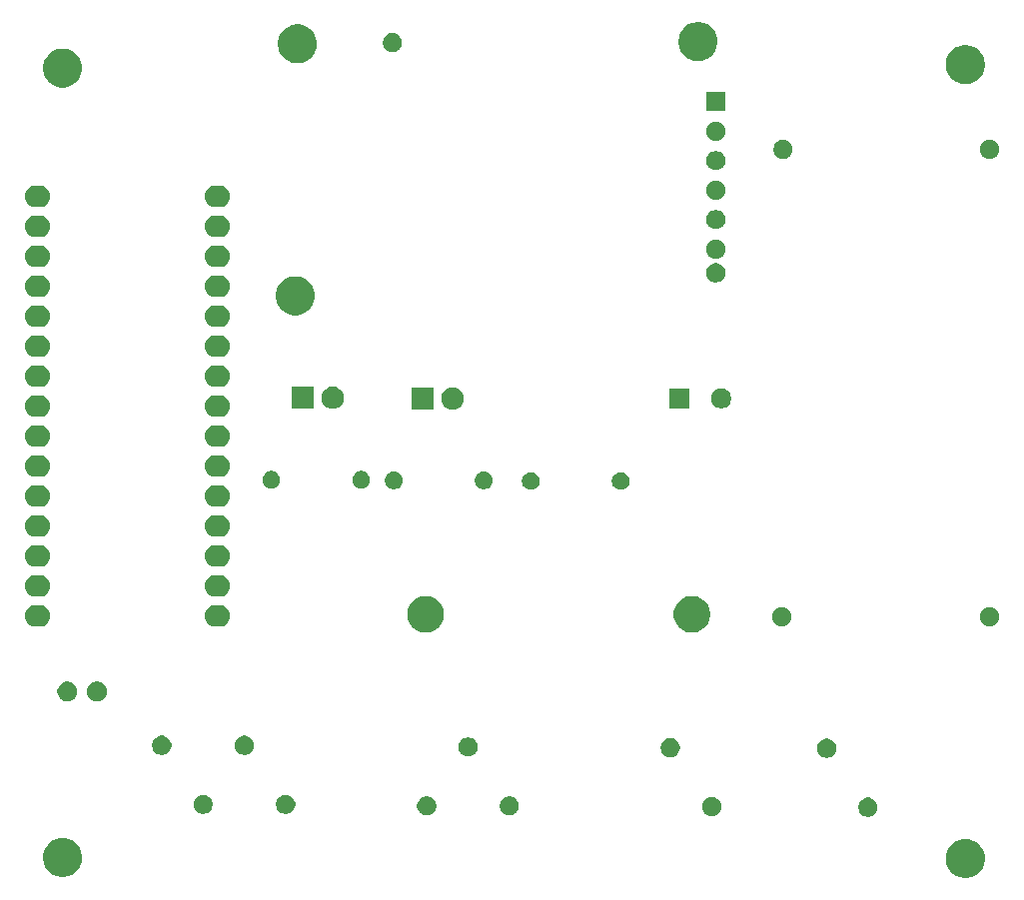
<source format=gts>
G04 #@! TF.GenerationSoftware,KiCad,Pcbnew,(5.1.5)-3*
G04 #@! TF.CreationDate,2021-05-03T11:12:42+02:00*
G04 #@! TF.ProjectId,GSM-Alarmanlage,47534d2d-416c-4617-926d-616e6c616765,rev?*
G04 #@! TF.SameCoordinates,Original*
G04 #@! TF.FileFunction,Soldermask,Top*
G04 #@! TF.FilePolarity,Negative*
%FSLAX46Y46*%
G04 Gerber Fmt 4.6, Leading zero omitted, Abs format (unit mm)*
G04 Created by KiCad (PCBNEW (5.1.5)-3) date 2021-05-03 11:12:42*
%MOMM*%
%LPD*%
G04 APERTURE LIST*
%ADD10C,0.100000*%
G04 APERTURE END LIST*
D10*
G36*
X182375256Y-141291298D02*
G01*
X182481579Y-141312447D01*
X182782042Y-141436903D01*
X183052451Y-141617585D01*
X183282415Y-141847549D01*
X183463097Y-142117958D01*
X183546132Y-142318421D01*
X183587553Y-142418422D01*
X183631109Y-142637389D01*
X183651000Y-142737391D01*
X183651000Y-143062609D01*
X183587553Y-143381579D01*
X183463097Y-143682042D01*
X183282415Y-143952451D01*
X183052451Y-144182415D01*
X182782042Y-144363097D01*
X182481579Y-144487553D01*
X182375256Y-144508702D01*
X182162611Y-144551000D01*
X181837389Y-144551000D01*
X181624744Y-144508702D01*
X181518421Y-144487553D01*
X181217958Y-144363097D01*
X180947549Y-144182415D01*
X180717585Y-143952451D01*
X180536903Y-143682042D01*
X180412447Y-143381579D01*
X180349000Y-143062609D01*
X180349000Y-142737391D01*
X180368892Y-142637389D01*
X180412447Y-142418422D01*
X180453869Y-142318421D01*
X180536903Y-142117958D01*
X180717585Y-141847549D01*
X180947549Y-141617585D01*
X181217958Y-141436903D01*
X181518421Y-141312447D01*
X181624744Y-141291298D01*
X181837389Y-141249000D01*
X182162611Y-141249000D01*
X182375256Y-141291298D01*
G37*
G36*
X105875256Y-141191298D02*
G01*
X105981579Y-141212447D01*
X106282042Y-141336903D01*
X106552451Y-141517585D01*
X106782415Y-141747549D01*
X106782416Y-141747551D01*
X106963098Y-142017960D01*
X107087553Y-142318422D01*
X107151000Y-142637389D01*
X107151000Y-142962611D01*
X107108702Y-143175256D01*
X107087553Y-143281579D01*
X106963097Y-143582042D01*
X106782415Y-143852451D01*
X106552451Y-144082415D01*
X106282042Y-144263097D01*
X105981579Y-144387553D01*
X105875256Y-144408702D01*
X105662611Y-144451000D01*
X105337389Y-144451000D01*
X105124744Y-144408702D01*
X105018421Y-144387553D01*
X104717958Y-144263097D01*
X104447549Y-144082415D01*
X104217585Y-143852451D01*
X104036903Y-143582042D01*
X103912447Y-143281579D01*
X103891298Y-143175256D01*
X103849000Y-142962611D01*
X103849000Y-142637389D01*
X103912447Y-142318422D01*
X104036902Y-142017960D01*
X104217584Y-141747551D01*
X104217585Y-141747549D01*
X104447549Y-141517585D01*
X104717958Y-141336903D01*
X105018421Y-141212447D01*
X105124744Y-141191298D01*
X105337389Y-141149000D01*
X105662611Y-141149000D01*
X105875256Y-141191298D01*
G37*
G36*
X173987144Y-137768242D02*
G01*
X174135103Y-137829529D01*
X174268257Y-137918499D01*
X174381503Y-138031745D01*
X174470473Y-138164899D01*
X174531760Y-138312858D01*
X174563002Y-138469925D01*
X174563002Y-138630075D01*
X174531760Y-138787142D01*
X174470473Y-138935101D01*
X174381503Y-139068255D01*
X174268257Y-139181501D01*
X174135103Y-139270471D01*
X173987144Y-139331758D01*
X173830077Y-139363000D01*
X173669927Y-139363000D01*
X173512860Y-139331758D01*
X173364901Y-139270471D01*
X173231747Y-139181501D01*
X173118501Y-139068255D01*
X173029531Y-138935101D01*
X172968244Y-138787142D01*
X172937002Y-138630075D01*
X172937002Y-138469925D01*
X172968244Y-138312858D01*
X173029531Y-138164899D01*
X173118501Y-138031745D01*
X173231747Y-137918499D01*
X173364901Y-137829529D01*
X173512860Y-137768242D01*
X173669927Y-137737000D01*
X173830077Y-137737000D01*
X173987144Y-137768242D01*
G37*
G36*
X160737144Y-137718242D02*
G01*
X160885103Y-137779529D01*
X161018257Y-137868499D01*
X161131503Y-137981745D01*
X161220473Y-138114899D01*
X161281760Y-138262858D01*
X161313002Y-138419925D01*
X161313002Y-138580075D01*
X161281760Y-138737142D01*
X161220473Y-138885101D01*
X161131503Y-139018255D01*
X161018257Y-139131501D01*
X160885103Y-139220471D01*
X160737144Y-139281758D01*
X160580077Y-139313000D01*
X160419927Y-139313000D01*
X160262860Y-139281758D01*
X160114901Y-139220471D01*
X159981747Y-139131501D01*
X159868501Y-139018255D01*
X159779531Y-138885101D01*
X159718244Y-138737142D01*
X159687002Y-138580075D01*
X159687002Y-138419925D01*
X159718244Y-138262858D01*
X159779531Y-138114899D01*
X159868501Y-137981745D01*
X159981747Y-137868499D01*
X160114901Y-137779529D01*
X160262860Y-137718242D01*
X160419927Y-137687000D01*
X160580077Y-137687000D01*
X160737144Y-137718242D01*
G37*
G36*
X143587143Y-137668242D02*
G01*
X143735102Y-137729529D01*
X143868256Y-137818499D01*
X143981502Y-137931745D01*
X144070472Y-138064899D01*
X144131759Y-138212858D01*
X144163001Y-138369925D01*
X144163001Y-138530075D01*
X144131759Y-138687142D01*
X144070472Y-138835101D01*
X143981502Y-138968255D01*
X143868256Y-139081501D01*
X143735102Y-139170471D01*
X143587143Y-139231758D01*
X143430076Y-139263000D01*
X143269926Y-139263000D01*
X143112859Y-139231758D01*
X142964900Y-139170471D01*
X142831746Y-139081501D01*
X142718500Y-138968255D01*
X142629530Y-138835101D01*
X142568243Y-138687142D01*
X142537001Y-138530075D01*
X142537001Y-138369925D01*
X142568243Y-138212858D01*
X142629530Y-138064899D01*
X142718500Y-137931745D01*
X142831746Y-137818499D01*
X142964900Y-137729529D01*
X143112859Y-137668242D01*
X143269926Y-137637000D01*
X143430076Y-137637000D01*
X143587143Y-137668242D01*
G37*
G36*
X136587142Y-137668242D02*
G01*
X136735101Y-137729529D01*
X136868255Y-137818499D01*
X136981501Y-137931745D01*
X137070471Y-138064899D01*
X137131758Y-138212858D01*
X137163000Y-138369925D01*
X137163000Y-138530075D01*
X137131758Y-138687142D01*
X137070471Y-138835101D01*
X136981501Y-138968255D01*
X136868255Y-139081501D01*
X136735101Y-139170471D01*
X136587142Y-139231758D01*
X136430075Y-139263000D01*
X136269925Y-139263000D01*
X136112858Y-139231758D01*
X135964899Y-139170471D01*
X135831745Y-139081501D01*
X135718499Y-138968255D01*
X135629529Y-138835101D01*
X135568242Y-138687142D01*
X135537000Y-138530075D01*
X135537000Y-138369925D01*
X135568242Y-138212858D01*
X135629529Y-138064899D01*
X135718499Y-137931745D01*
X135831745Y-137818499D01*
X135964899Y-137729529D01*
X136112858Y-137668242D01*
X136269925Y-137637000D01*
X136430075Y-137637000D01*
X136587142Y-137668242D01*
G37*
G36*
X124637146Y-137518242D02*
G01*
X124785105Y-137579529D01*
X124918259Y-137668499D01*
X125031505Y-137781745D01*
X125120475Y-137914899D01*
X125181762Y-138062858D01*
X125213004Y-138219925D01*
X125213004Y-138380075D01*
X125181762Y-138537142D01*
X125120475Y-138685101D01*
X125031505Y-138818255D01*
X124918259Y-138931501D01*
X124785105Y-139020471D01*
X124637146Y-139081758D01*
X124480079Y-139113000D01*
X124319929Y-139113000D01*
X124162862Y-139081758D01*
X124014903Y-139020471D01*
X123881749Y-138931501D01*
X123768503Y-138818255D01*
X123679533Y-138685101D01*
X123618246Y-138537142D01*
X123587004Y-138380075D01*
X123587004Y-138219925D01*
X123618246Y-138062858D01*
X123679533Y-137914899D01*
X123768503Y-137781745D01*
X123881749Y-137668499D01*
X124014903Y-137579529D01*
X124162862Y-137518242D01*
X124319929Y-137487000D01*
X124480079Y-137487000D01*
X124637146Y-137518242D01*
G37*
G36*
X117637145Y-137518242D02*
G01*
X117785104Y-137579529D01*
X117918258Y-137668499D01*
X118031504Y-137781745D01*
X118120474Y-137914899D01*
X118181761Y-138062858D01*
X118213003Y-138219925D01*
X118213003Y-138380075D01*
X118181761Y-138537142D01*
X118120474Y-138685101D01*
X118031504Y-138818255D01*
X117918258Y-138931501D01*
X117785104Y-139020471D01*
X117637145Y-139081758D01*
X117480078Y-139113000D01*
X117319928Y-139113000D01*
X117162861Y-139081758D01*
X117014902Y-139020471D01*
X116881748Y-138931501D01*
X116768502Y-138818255D01*
X116679532Y-138685101D01*
X116618245Y-138537142D01*
X116587003Y-138380075D01*
X116587003Y-138219925D01*
X116618245Y-138062858D01*
X116679532Y-137914899D01*
X116768502Y-137781745D01*
X116881748Y-137668499D01*
X117014902Y-137579529D01*
X117162861Y-137518242D01*
X117319928Y-137487000D01*
X117480078Y-137487000D01*
X117637145Y-137518242D01*
G37*
G36*
X170487141Y-132768242D02*
G01*
X170635100Y-132829529D01*
X170768254Y-132918499D01*
X170881500Y-133031745D01*
X170970470Y-133164899D01*
X171031757Y-133312858D01*
X171062999Y-133469925D01*
X171062999Y-133630075D01*
X171031757Y-133787142D01*
X170970470Y-133935101D01*
X170881500Y-134068255D01*
X170768254Y-134181501D01*
X170635100Y-134270471D01*
X170487141Y-134331758D01*
X170330074Y-134363000D01*
X170169924Y-134363000D01*
X170012857Y-134331758D01*
X169864898Y-134270471D01*
X169731744Y-134181501D01*
X169618498Y-134068255D01*
X169529528Y-133935101D01*
X169468241Y-133787142D01*
X169436999Y-133630075D01*
X169436999Y-133469925D01*
X169468241Y-133312858D01*
X169529528Y-133164899D01*
X169618498Y-133031745D01*
X169731744Y-132918499D01*
X169864898Y-132829529D01*
X170012857Y-132768242D01*
X170169924Y-132737000D01*
X170330074Y-132737000D01*
X170487141Y-132768242D01*
G37*
G36*
X157237141Y-132718242D02*
G01*
X157385100Y-132779529D01*
X157518254Y-132868499D01*
X157631500Y-132981745D01*
X157720470Y-133114899D01*
X157781757Y-133262858D01*
X157812999Y-133419925D01*
X157812999Y-133580075D01*
X157781757Y-133737142D01*
X157720470Y-133885101D01*
X157631500Y-134018255D01*
X157518254Y-134131501D01*
X157385100Y-134220471D01*
X157237141Y-134281758D01*
X157080074Y-134313000D01*
X156919924Y-134313000D01*
X156762857Y-134281758D01*
X156614898Y-134220471D01*
X156481744Y-134131501D01*
X156368498Y-134018255D01*
X156279528Y-133885101D01*
X156218241Y-133737142D01*
X156186999Y-133580075D01*
X156186999Y-133419925D01*
X156218241Y-133262858D01*
X156279528Y-133114899D01*
X156368498Y-132981745D01*
X156481744Y-132868499D01*
X156614898Y-132779529D01*
X156762857Y-132718242D01*
X156919924Y-132687000D01*
X157080074Y-132687000D01*
X157237141Y-132718242D01*
G37*
G36*
X140087143Y-132668242D02*
G01*
X140235102Y-132729529D01*
X140368256Y-132818499D01*
X140481502Y-132931745D01*
X140570472Y-133064899D01*
X140631759Y-133212858D01*
X140663001Y-133369925D01*
X140663001Y-133530075D01*
X140631759Y-133687142D01*
X140570472Y-133835101D01*
X140481502Y-133968255D01*
X140368256Y-134081501D01*
X140235102Y-134170471D01*
X140087143Y-134231758D01*
X139930076Y-134263000D01*
X139769926Y-134263000D01*
X139612859Y-134231758D01*
X139464900Y-134170471D01*
X139331746Y-134081501D01*
X139218500Y-133968255D01*
X139129530Y-133835101D01*
X139068243Y-133687142D01*
X139037001Y-133530075D01*
X139037001Y-133369925D01*
X139068243Y-133212858D01*
X139129530Y-133064899D01*
X139218500Y-132931745D01*
X139331746Y-132818499D01*
X139464900Y-132729529D01*
X139612859Y-132668242D01*
X139769926Y-132637000D01*
X139930076Y-132637000D01*
X140087143Y-132668242D01*
G37*
G36*
X121137146Y-132518242D02*
G01*
X121285105Y-132579529D01*
X121418259Y-132668499D01*
X121531505Y-132781745D01*
X121620475Y-132914899D01*
X121681762Y-133062858D01*
X121713004Y-133219925D01*
X121713004Y-133380075D01*
X121681762Y-133537142D01*
X121620475Y-133685101D01*
X121531505Y-133818255D01*
X121418259Y-133931501D01*
X121285105Y-134020471D01*
X121137146Y-134081758D01*
X120980079Y-134113000D01*
X120819929Y-134113000D01*
X120662862Y-134081758D01*
X120514903Y-134020471D01*
X120381749Y-133931501D01*
X120268503Y-133818255D01*
X120179533Y-133685101D01*
X120118246Y-133537142D01*
X120087004Y-133380075D01*
X120087004Y-133219925D01*
X120118246Y-133062858D01*
X120179533Y-132914899D01*
X120268503Y-132781745D01*
X120381749Y-132668499D01*
X120514903Y-132579529D01*
X120662862Y-132518242D01*
X120819929Y-132487000D01*
X120980079Y-132487000D01*
X121137146Y-132518242D01*
G37*
G36*
X114137145Y-132518242D02*
G01*
X114285104Y-132579529D01*
X114418258Y-132668499D01*
X114531504Y-132781745D01*
X114620474Y-132914899D01*
X114681761Y-133062858D01*
X114713003Y-133219925D01*
X114713003Y-133380075D01*
X114681761Y-133537142D01*
X114620474Y-133685101D01*
X114531504Y-133818255D01*
X114418258Y-133931501D01*
X114285104Y-134020471D01*
X114137145Y-134081758D01*
X113980078Y-134113000D01*
X113819928Y-134113000D01*
X113662861Y-134081758D01*
X113514902Y-134020471D01*
X113381748Y-133931501D01*
X113268502Y-133818255D01*
X113179532Y-133685101D01*
X113118245Y-133537142D01*
X113087003Y-133380075D01*
X113087003Y-133219925D01*
X113118245Y-133062858D01*
X113179532Y-132914899D01*
X113268502Y-132781745D01*
X113381748Y-132668499D01*
X113514902Y-132579529D01*
X113662861Y-132518242D01*
X113819928Y-132487000D01*
X113980078Y-132487000D01*
X114137145Y-132518242D01*
G37*
G36*
X108648228Y-127931703D02*
G01*
X108803100Y-127995853D01*
X108942481Y-128088985D01*
X109061015Y-128207519D01*
X109154147Y-128346900D01*
X109218297Y-128501772D01*
X109251000Y-128666184D01*
X109251000Y-128833816D01*
X109218297Y-128998228D01*
X109154147Y-129153100D01*
X109061015Y-129292481D01*
X108942481Y-129411015D01*
X108803100Y-129504147D01*
X108648228Y-129568297D01*
X108483816Y-129601000D01*
X108316184Y-129601000D01*
X108151772Y-129568297D01*
X107996900Y-129504147D01*
X107857519Y-129411015D01*
X107738985Y-129292481D01*
X107645853Y-129153100D01*
X107581703Y-128998228D01*
X107549000Y-128833816D01*
X107549000Y-128666184D01*
X107581703Y-128501772D01*
X107645853Y-128346900D01*
X107738985Y-128207519D01*
X107857519Y-128088985D01*
X107996900Y-127995853D01*
X108151772Y-127931703D01*
X108316184Y-127899000D01*
X108483816Y-127899000D01*
X108648228Y-127931703D01*
G37*
G36*
X106148228Y-127931703D02*
G01*
X106303100Y-127995853D01*
X106442481Y-128088985D01*
X106561015Y-128207519D01*
X106654147Y-128346900D01*
X106718297Y-128501772D01*
X106751000Y-128666184D01*
X106751000Y-128833816D01*
X106718297Y-128998228D01*
X106654147Y-129153100D01*
X106561015Y-129292481D01*
X106442481Y-129411015D01*
X106303100Y-129504147D01*
X106148228Y-129568297D01*
X105983816Y-129601000D01*
X105816184Y-129601000D01*
X105651772Y-129568297D01*
X105496900Y-129504147D01*
X105357519Y-129411015D01*
X105238985Y-129292481D01*
X105145853Y-129153100D01*
X105081703Y-128998228D01*
X105049000Y-128833816D01*
X105049000Y-128666184D01*
X105081703Y-128501772D01*
X105145853Y-128346900D01*
X105238985Y-128207519D01*
X105357519Y-128088985D01*
X105496900Y-127995853D01*
X105651772Y-127931703D01*
X105816184Y-127899000D01*
X105983816Y-127899000D01*
X106148228Y-127931703D01*
G37*
G36*
X159152585Y-120678802D02*
G01*
X159302410Y-120708604D01*
X159584674Y-120825521D01*
X159838705Y-120995259D01*
X160054741Y-121211295D01*
X160224479Y-121465326D01*
X160341396Y-121747590D01*
X160401000Y-122047240D01*
X160401000Y-122352760D01*
X160341396Y-122652410D01*
X160224479Y-122934674D01*
X160054741Y-123188705D01*
X159838705Y-123404741D01*
X159584674Y-123574479D01*
X159302410Y-123691396D01*
X159152585Y-123721198D01*
X159002761Y-123751000D01*
X158697239Y-123751000D01*
X158547415Y-123721198D01*
X158397590Y-123691396D01*
X158115326Y-123574479D01*
X157861295Y-123404741D01*
X157645259Y-123188705D01*
X157475521Y-122934674D01*
X157358604Y-122652410D01*
X157299000Y-122352760D01*
X157299000Y-122047240D01*
X157358604Y-121747590D01*
X157475521Y-121465326D01*
X157645259Y-121211295D01*
X157861295Y-120995259D01*
X158115326Y-120825521D01*
X158397590Y-120708604D01*
X158547415Y-120678802D01*
X158697239Y-120649000D01*
X159002761Y-120649000D01*
X159152585Y-120678802D01*
G37*
G36*
X136552585Y-120678802D02*
G01*
X136702410Y-120708604D01*
X136984674Y-120825521D01*
X137238705Y-120995259D01*
X137454741Y-121211295D01*
X137624479Y-121465326D01*
X137741396Y-121747590D01*
X137801000Y-122047240D01*
X137801000Y-122352760D01*
X137741396Y-122652410D01*
X137624479Y-122934674D01*
X137454741Y-123188705D01*
X137238705Y-123404741D01*
X136984674Y-123574479D01*
X136702410Y-123691396D01*
X136552585Y-123721198D01*
X136402761Y-123751000D01*
X136097239Y-123751000D01*
X135947415Y-123721198D01*
X135797590Y-123691396D01*
X135515326Y-123574479D01*
X135261295Y-123404741D01*
X135045259Y-123188705D01*
X134875521Y-122934674D01*
X134758604Y-122652410D01*
X134699000Y-122352760D01*
X134699000Y-122047240D01*
X134758604Y-121747590D01*
X134875521Y-121465326D01*
X135045259Y-121211295D01*
X135261295Y-120995259D01*
X135515326Y-120825521D01*
X135797590Y-120708604D01*
X135947415Y-120678802D01*
X136097239Y-120649000D01*
X136402761Y-120649000D01*
X136552585Y-120678802D01*
G37*
G36*
X103711694Y-121428633D02*
G01*
X103884095Y-121480931D01*
X104042983Y-121565858D01*
X104182249Y-121680151D01*
X104296542Y-121819417D01*
X104381469Y-121978305D01*
X104433767Y-122150706D01*
X104451425Y-122330000D01*
X104433767Y-122509294D01*
X104381469Y-122681695D01*
X104296542Y-122840583D01*
X104182249Y-122979849D01*
X104042983Y-123094142D01*
X103884095Y-123179069D01*
X103711694Y-123231367D01*
X103577331Y-123244600D01*
X103182669Y-123244600D01*
X103048306Y-123231367D01*
X102875905Y-123179069D01*
X102717017Y-123094142D01*
X102577751Y-122979849D01*
X102463458Y-122840583D01*
X102378531Y-122681695D01*
X102326233Y-122509294D01*
X102308575Y-122330000D01*
X102326233Y-122150706D01*
X102378531Y-121978305D01*
X102463458Y-121819417D01*
X102577751Y-121680151D01*
X102717017Y-121565858D01*
X102875905Y-121480931D01*
X103048306Y-121428633D01*
X103182669Y-121415400D01*
X103577331Y-121415400D01*
X103711694Y-121428633D01*
G37*
G36*
X118951694Y-121428633D02*
G01*
X119124095Y-121480931D01*
X119282983Y-121565858D01*
X119422249Y-121680151D01*
X119536542Y-121819417D01*
X119621469Y-121978305D01*
X119673767Y-122150706D01*
X119691425Y-122330000D01*
X119673767Y-122509294D01*
X119621469Y-122681695D01*
X119536542Y-122840583D01*
X119422249Y-122979849D01*
X119282983Y-123094142D01*
X119124095Y-123179069D01*
X118951694Y-123231367D01*
X118817331Y-123244600D01*
X118422669Y-123244600D01*
X118288306Y-123231367D01*
X118115905Y-123179069D01*
X117957017Y-123094142D01*
X117817751Y-122979849D01*
X117703458Y-122840583D01*
X117618531Y-122681695D01*
X117566233Y-122509294D01*
X117548575Y-122330000D01*
X117566233Y-122150706D01*
X117618531Y-121978305D01*
X117703458Y-121819417D01*
X117817751Y-121680151D01*
X117957017Y-121565858D01*
X118115905Y-121480931D01*
X118288306Y-121428633D01*
X118422669Y-121415400D01*
X118817331Y-121415400D01*
X118951694Y-121428633D01*
G37*
G36*
X166687142Y-121618242D02*
G01*
X166835101Y-121679529D01*
X166968255Y-121768499D01*
X167081501Y-121881745D01*
X167170471Y-122014899D01*
X167231758Y-122162858D01*
X167263000Y-122319925D01*
X167263000Y-122480075D01*
X167231758Y-122637142D01*
X167170471Y-122785101D01*
X167081501Y-122918255D01*
X166968255Y-123031501D01*
X166835101Y-123120471D01*
X166687142Y-123181758D01*
X166530075Y-123213000D01*
X166369925Y-123213000D01*
X166212858Y-123181758D01*
X166064899Y-123120471D01*
X165931745Y-123031501D01*
X165818499Y-122918255D01*
X165729529Y-122785101D01*
X165668242Y-122637142D01*
X165637000Y-122480075D01*
X165637000Y-122319925D01*
X165668242Y-122162858D01*
X165729529Y-122014899D01*
X165818499Y-121881745D01*
X165931745Y-121768499D01*
X166064899Y-121679529D01*
X166212858Y-121618242D01*
X166369925Y-121587000D01*
X166530075Y-121587000D01*
X166687142Y-121618242D01*
G37*
G36*
X184287142Y-121618242D02*
G01*
X184435101Y-121679529D01*
X184568255Y-121768499D01*
X184681501Y-121881745D01*
X184770471Y-122014899D01*
X184831758Y-122162858D01*
X184863000Y-122319925D01*
X184863000Y-122480075D01*
X184831758Y-122637142D01*
X184770471Y-122785101D01*
X184681501Y-122918255D01*
X184568255Y-123031501D01*
X184435101Y-123120471D01*
X184287142Y-123181758D01*
X184130075Y-123213000D01*
X183969925Y-123213000D01*
X183812858Y-123181758D01*
X183664899Y-123120471D01*
X183531745Y-123031501D01*
X183418499Y-122918255D01*
X183329529Y-122785101D01*
X183268242Y-122637142D01*
X183237000Y-122480075D01*
X183237000Y-122319925D01*
X183268242Y-122162858D01*
X183329529Y-122014899D01*
X183418499Y-121881745D01*
X183531745Y-121768499D01*
X183664899Y-121679529D01*
X183812858Y-121618242D01*
X183969925Y-121587000D01*
X184130075Y-121587000D01*
X184287142Y-121618242D01*
G37*
G36*
X118951694Y-118888633D02*
G01*
X119124095Y-118940931D01*
X119282983Y-119025858D01*
X119422249Y-119140151D01*
X119536542Y-119279417D01*
X119621469Y-119438305D01*
X119673767Y-119610706D01*
X119691425Y-119790000D01*
X119673767Y-119969294D01*
X119621469Y-120141695D01*
X119536542Y-120300583D01*
X119422249Y-120439849D01*
X119282983Y-120554142D01*
X119124095Y-120639069D01*
X118951694Y-120691367D01*
X118817331Y-120704600D01*
X118422669Y-120704600D01*
X118288306Y-120691367D01*
X118115905Y-120639069D01*
X117957017Y-120554142D01*
X117817751Y-120439849D01*
X117703458Y-120300583D01*
X117618531Y-120141695D01*
X117566233Y-119969294D01*
X117548575Y-119790000D01*
X117566233Y-119610706D01*
X117618531Y-119438305D01*
X117703458Y-119279417D01*
X117817751Y-119140151D01*
X117957017Y-119025858D01*
X118115905Y-118940931D01*
X118288306Y-118888633D01*
X118422669Y-118875400D01*
X118817331Y-118875400D01*
X118951694Y-118888633D01*
G37*
G36*
X103711694Y-118888633D02*
G01*
X103884095Y-118940931D01*
X104042983Y-119025858D01*
X104182249Y-119140151D01*
X104296542Y-119279417D01*
X104381469Y-119438305D01*
X104433767Y-119610706D01*
X104451425Y-119790000D01*
X104433767Y-119969294D01*
X104381469Y-120141695D01*
X104296542Y-120300583D01*
X104182249Y-120439849D01*
X104042983Y-120554142D01*
X103884095Y-120639069D01*
X103711694Y-120691367D01*
X103577331Y-120704600D01*
X103182669Y-120704600D01*
X103048306Y-120691367D01*
X102875905Y-120639069D01*
X102717017Y-120554142D01*
X102577751Y-120439849D01*
X102463458Y-120300583D01*
X102378531Y-120141695D01*
X102326233Y-119969294D01*
X102308575Y-119790000D01*
X102326233Y-119610706D01*
X102378531Y-119438305D01*
X102463458Y-119279417D01*
X102577751Y-119140151D01*
X102717017Y-119025858D01*
X102875905Y-118940931D01*
X103048306Y-118888633D01*
X103182669Y-118875400D01*
X103577331Y-118875400D01*
X103711694Y-118888633D01*
G37*
G36*
X103711694Y-116348633D02*
G01*
X103884095Y-116400931D01*
X104042983Y-116485858D01*
X104182249Y-116600151D01*
X104296542Y-116739417D01*
X104381469Y-116898305D01*
X104433767Y-117070706D01*
X104451425Y-117250000D01*
X104433767Y-117429294D01*
X104381469Y-117601695D01*
X104296542Y-117760583D01*
X104182249Y-117899849D01*
X104042983Y-118014142D01*
X103884095Y-118099069D01*
X103711694Y-118151367D01*
X103577331Y-118164600D01*
X103182669Y-118164600D01*
X103048306Y-118151367D01*
X102875905Y-118099069D01*
X102717017Y-118014142D01*
X102577751Y-117899849D01*
X102463458Y-117760583D01*
X102378531Y-117601695D01*
X102326233Y-117429294D01*
X102308575Y-117250000D01*
X102326233Y-117070706D01*
X102378531Y-116898305D01*
X102463458Y-116739417D01*
X102577751Y-116600151D01*
X102717017Y-116485858D01*
X102875905Y-116400931D01*
X103048306Y-116348633D01*
X103182669Y-116335400D01*
X103577331Y-116335400D01*
X103711694Y-116348633D01*
G37*
G36*
X118951694Y-116348633D02*
G01*
X119124095Y-116400931D01*
X119282983Y-116485858D01*
X119422249Y-116600151D01*
X119536542Y-116739417D01*
X119621469Y-116898305D01*
X119673767Y-117070706D01*
X119691425Y-117250000D01*
X119673767Y-117429294D01*
X119621469Y-117601695D01*
X119536542Y-117760583D01*
X119422249Y-117899849D01*
X119282983Y-118014142D01*
X119124095Y-118099069D01*
X118951694Y-118151367D01*
X118817331Y-118164600D01*
X118422669Y-118164600D01*
X118288306Y-118151367D01*
X118115905Y-118099069D01*
X117957017Y-118014142D01*
X117817751Y-117899849D01*
X117703458Y-117760583D01*
X117618531Y-117601695D01*
X117566233Y-117429294D01*
X117548575Y-117250000D01*
X117566233Y-117070706D01*
X117618531Y-116898305D01*
X117703458Y-116739417D01*
X117817751Y-116600151D01*
X117957017Y-116485858D01*
X118115905Y-116400931D01*
X118288306Y-116348633D01*
X118422669Y-116335400D01*
X118817331Y-116335400D01*
X118951694Y-116348633D01*
G37*
G36*
X118951694Y-113808633D02*
G01*
X119124095Y-113860931D01*
X119282983Y-113945858D01*
X119422249Y-114060151D01*
X119536542Y-114199417D01*
X119621469Y-114358305D01*
X119673767Y-114530706D01*
X119691425Y-114710000D01*
X119673767Y-114889294D01*
X119621469Y-115061695D01*
X119536542Y-115220583D01*
X119422249Y-115359849D01*
X119282983Y-115474142D01*
X119124095Y-115559069D01*
X118951694Y-115611367D01*
X118817331Y-115624600D01*
X118422669Y-115624600D01*
X118288306Y-115611367D01*
X118115905Y-115559069D01*
X117957017Y-115474142D01*
X117817751Y-115359849D01*
X117703458Y-115220583D01*
X117618531Y-115061695D01*
X117566233Y-114889294D01*
X117548575Y-114710000D01*
X117566233Y-114530706D01*
X117618531Y-114358305D01*
X117703458Y-114199417D01*
X117817751Y-114060151D01*
X117957017Y-113945858D01*
X118115905Y-113860931D01*
X118288306Y-113808633D01*
X118422669Y-113795400D01*
X118817331Y-113795400D01*
X118951694Y-113808633D01*
G37*
G36*
X103711694Y-113808633D02*
G01*
X103884095Y-113860931D01*
X104042983Y-113945858D01*
X104182249Y-114060151D01*
X104296542Y-114199417D01*
X104381469Y-114358305D01*
X104433767Y-114530706D01*
X104451425Y-114710000D01*
X104433767Y-114889294D01*
X104381469Y-115061695D01*
X104296542Y-115220583D01*
X104182249Y-115359849D01*
X104042983Y-115474142D01*
X103884095Y-115559069D01*
X103711694Y-115611367D01*
X103577331Y-115624600D01*
X103182669Y-115624600D01*
X103048306Y-115611367D01*
X102875905Y-115559069D01*
X102717017Y-115474142D01*
X102577751Y-115359849D01*
X102463458Y-115220583D01*
X102378531Y-115061695D01*
X102326233Y-114889294D01*
X102308575Y-114710000D01*
X102326233Y-114530706D01*
X102378531Y-114358305D01*
X102463458Y-114199417D01*
X102577751Y-114060151D01*
X102717017Y-113945858D01*
X102875905Y-113860931D01*
X103048306Y-113808633D01*
X103182669Y-113795400D01*
X103577331Y-113795400D01*
X103711694Y-113808633D01*
G37*
G36*
X118951694Y-111268633D02*
G01*
X119124095Y-111320931D01*
X119282983Y-111405858D01*
X119422249Y-111520151D01*
X119536542Y-111659417D01*
X119621469Y-111818305D01*
X119673767Y-111990706D01*
X119691425Y-112170000D01*
X119673767Y-112349294D01*
X119621469Y-112521695D01*
X119536542Y-112680583D01*
X119422249Y-112819849D01*
X119282983Y-112934142D01*
X119124095Y-113019069D01*
X118951694Y-113071367D01*
X118817331Y-113084600D01*
X118422669Y-113084600D01*
X118288306Y-113071367D01*
X118115905Y-113019069D01*
X117957017Y-112934142D01*
X117817751Y-112819849D01*
X117703458Y-112680583D01*
X117618531Y-112521695D01*
X117566233Y-112349294D01*
X117548575Y-112170000D01*
X117566233Y-111990706D01*
X117618531Y-111818305D01*
X117703458Y-111659417D01*
X117817751Y-111520151D01*
X117957017Y-111405858D01*
X118115905Y-111320931D01*
X118288306Y-111268633D01*
X118422669Y-111255400D01*
X118817331Y-111255400D01*
X118951694Y-111268633D01*
G37*
G36*
X103711694Y-111268633D02*
G01*
X103884095Y-111320931D01*
X104042983Y-111405858D01*
X104182249Y-111520151D01*
X104296542Y-111659417D01*
X104381469Y-111818305D01*
X104433767Y-111990706D01*
X104451425Y-112170000D01*
X104433767Y-112349294D01*
X104381469Y-112521695D01*
X104296542Y-112680583D01*
X104182249Y-112819849D01*
X104042983Y-112934142D01*
X103884095Y-113019069D01*
X103711694Y-113071367D01*
X103577331Y-113084600D01*
X103182669Y-113084600D01*
X103048306Y-113071367D01*
X102875905Y-113019069D01*
X102717017Y-112934142D01*
X102577751Y-112819849D01*
X102463458Y-112680583D01*
X102378531Y-112521695D01*
X102326233Y-112349294D01*
X102308575Y-112170000D01*
X102326233Y-111990706D01*
X102378531Y-111818305D01*
X102463458Y-111659417D01*
X102577751Y-111520151D01*
X102717017Y-111405858D01*
X102875905Y-111320931D01*
X103048306Y-111268633D01*
X103182669Y-111255400D01*
X103577331Y-111255400D01*
X103711694Y-111268633D01*
G37*
G36*
X153019059Y-110177860D02*
G01*
X153155732Y-110234472D01*
X153278735Y-110316660D01*
X153383340Y-110421265D01*
X153465528Y-110544268D01*
X153465529Y-110544270D01*
X153522140Y-110680941D01*
X153551000Y-110826032D01*
X153551000Y-110973968D01*
X153522140Y-111119059D01*
X153506950Y-111155732D01*
X153465528Y-111255732D01*
X153383340Y-111378735D01*
X153278735Y-111483340D01*
X153155732Y-111565528D01*
X153155731Y-111565529D01*
X153155730Y-111565529D01*
X153019059Y-111622140D01*
X152873968Y-111651000D01*
X152726032Y-111651000D01*
X152580941Y-111622140D01*
X152444270Y-111565529D01*
X152444269Y-111565529D01*
X152444268Y-111565528D01*
X152321265Y-111483340D01*
X152216660Y-111378735D01*
X152134472Y-111255732D01*
X152093051Y-111155732D01*
X152077860Y-111119059D01*
X152049000Y-110973968D01*
X152049000Y-110826032D01*
X152077860Y-110680941D01*
X152134471Y-110544270D01*
X152134472Y-110544268D01*
X152216660Y-110421265D01*
X152321265Y-110316660D01*
X152444268Y-110234472D01*
X152580941Y-110177860D01*
X152726032Y-110149000D01*
X152873968Y-110149000D01*
X153019059Y-110177860D01*
G37*
G36*
X145399059Y-110177860D02*
G01*
X145535732Y-110234472D01*
X145658735Y-110316660D01*
X145763340Y-110421265D01*
X145845528Y-110544268D01*
X145845529Y-110544270D01*
X145902140Y-110680941D01*
X145931000Y-110826032D01*
X145931000Y-110973968D01*
X145902140Y-111119059D01*
X145886950Y-111155732D01*
X145845528Y-111255732D01*
X145763340Y-111378735D01*
X145658735Y-111483340D01*
X145535732Y-111565528D01*
X145535731Y-111565529D01*
X145535730Y-111565529D01*
X145399059Y-111622140D01*
X145253968Y-111651000D01*
X145106032Y-111651000D01*
X144960941Y-111622140D01*
X144824270Y-111565529D01*
X144824269Y-111565529D01*
X144824268Y-111565528D01*
X144701265Y-111483340D01*
X144596660Y-111378735D01*
X144514472Y-111255732D01*
X144473051Y-111155732D01*
X144457860Y-111119059D01*
X144429000Y-110973968D01*
X144429000Y-110826032D01*
X144457860Y-110680941D01*
X144514471Y-110544270D01*
X144514472Y-110544268D01*
X144596660Y-110421265D01*
X144701265Y-110316660D01*
X144824268Y-110234472D01*
X144960941Y-110177860D01*
X145106032Y-110149000D01*
X145253968Y-110149000D01*
X145399059Y-110177860D01*
G37*
G36*
X133799059Y-110127860D02*
G01*
X133919770Y-110177860D01*
X133935732Y-110184472D01*
X134058735Y-110266660D01*
X134163340Y-110371265D01*
X134235372Y-110479069D01*
X134245529Y-110494270D01*
X134302140Y-110630941D01*
X134331000Y-110776032D01*
X134331000Y-110923968D01*
X134312085Y-111019059D01*
X134302140Y-111069059D01*
X134245528Y-111205732D01*
X134163340Y-111328735D01*
X134058735Y-111433340D01*
X133935732Y-111515528D01*
X133935731Y-111515529D01*
X133935730Y-111515529D01*
X133799059Y-111572140D01*
X133653968Y-111601000D01*
X133506032Y-111601000D01*
X133360941Y-111572140D01*
X133224270Y-111515529D01*
X133224269Y-111515529D01*
X133224268Y-111515528D01*
X133101265Y-111433340D01*
X132996660Y-111328735D01*
X132914472Y-111205732D01*
X132857860Y-111069059D01*
X132847915Y-111019059D01*
X132829000Y-110923968D01*
X132829000Y-110776032D01*
X132857860Y-110630941D01*
X132914471Y-110494270D01*
X132924628Y-110479069D01*
X132996660Y-110371265D01*
X133101265Y-110266660D01*
X133224268Y-110184472D01*
X133240231Y-110177860D01*
X133360941Y-110127860D01*
X133506032Y-110099000D01*
X133653968Y-110099000D01*
X133799059Y-110127860D01*
G37*
G36*
X141419059Y-110127860D02*
G01*
X141539770Y-110177860D01*
X141555732Y-110184472D01*
X141678735Y-110266660D01*
X141783340Y-110371265D01*
X141855372Y-110479069D01*
X141865529Y-110494270D01*
X141922140Y-110630941D01*
X141951000Y-110776032D01*
X141951000Y-110923968D01*
X141932085Y-111019059D01*
X141922140Y-111069059D01*
X141865528Y-111205732D01*
X141783340Y-111328735D01*
X141678735Y-111433340D01*
X141555732Y-111515528D01*
X141555731Y-111515529D01*
X141555730Y-111515529D01*
X141419059Y-111572140D01*
X141273968Y-111601000D01*
X141126032Y-111601000D01*
X140980941Y-111572140D01*
X140844270Y-111515529D01*
X140844269Y-111515529D01*
X140844268Y-111515528D01*
X140721265Y-111433340D01*
X140616660Y-111328735D01*
X140534472Y-111205732D01*
X140477860Y-111069059D01*
X140467915Y-111019059D01*
X140449000Y-110923968D01*
X140449000Y-110776032D01*
X140477860Y-110630941D01*
X140534471Y-110494270D01*
X140544628Y-110479069D01*
X140616660Y-110371265D01*
X140721265Y-110266660D01*
X140844268Y-110184472D01*
X140860231Y-110177860D01*
X140980941Y-110127860D01*
X141126032Y-110099000D01*
X141273968Y-110099000D01*
X141419059Y-110127860D01*
G37*
G36*
X123399059Y-110077860D02*
G01*
X123519770Y-110127860D01*
X123535732Y-110134472D01*
X123658735Y-110216660D01*
X123763340Y-110321265D01*
X123763341Y-110321267D01*
X123845529Y-110444270D01*
X123902140Y-110580941D01*
X123931000Y-110726032D01*
X123931000Y-110873968D01*
X123911109Y-110973967D01*
X123902140Y-111019059D01*
X123845528Y-111155732D01*
X123763340Y-111278735D01*
X123658735Y-111383340D01*
X123535732Y-111465528D01*
X123535731Y-111465529D01*
X123535730Y-111465529D01*
X123399059Y-111522140D01*
X123253968Y-111551000D01*
X123106032Y-111551000D01*
X122960941Y-111522140D01*
X122824270Y-111465529D01*
X122824269Y-111465529D01*
X122824268Y-111465528D01*
X122701265Y-111383340D01*
X122596660Y-111278735D01*
X122514472Y-111155732D01*
X122457860Y-111019059D01*
X122448891Y-110973967D01*
X122429000Y-110873968D01*
X122429000Y-110726032D01*
X122457860Y-110580941D01*
X122514471Y-110444270D01*
X122596659Y-110321267D01*
X122596660Y-110321265D01*
X122701265Y-110216660D01*
X122824268Y-110134472D01*
X122840231Y-110127860D01*
X122960941Y-110077860D01*
X123106032Y-110049000D01*
X123253968Y-110049000D01*
X123399059Y-110077860D01*
G37*
G36*
X131019059Y-110077860D02*
G01*
X131139770Y-110127860D01*
X131155732Y-110134472D01*
X131278735Y-110216660D01*
X131383340Y-110321265D01*
X131383341Y-110321267D01*
X131465529Y-110444270D01*
X131522140Y-110580941D01*
X131551000Y-110726032D01*
X131551000Y-110873968D01*
X131531109Y-110973967D01*
X131522140Y-111019059D01*
X131465528Y-111155732D01*
X131383340Y-111278735D01*
X131278735Y-111383340D01*
X131155732Y-111465528D01*
X131155731Y-111465529D01*
X131155730Y-111465529D01*
X131019059Y-111522140D01*
X130873968Y-111551000D01*
X130726032Y-111551000D01*
X130580941Y-111522140D01*
X130444270Y-111465529D01*
X130444269Y-111465529D01*
X130444268Y-111465528D01*
X130321265Y-111383340D01*
X130216660Y-111278735D01*
X130134472Y-111155732D01*
X130077860Y-111019059D01*
X130068891Y-110973967D01*
X130049000Y-110873968D01*
X130049000Y-110726032D01*
X130077860Y-110580941D01*
X130134471Y-110444270D01*
X130216659Y-110321267D01*
X130216660Y-110321265D01*
X130321265Y-110216660D01*
X130444268Y-110134472D01*
X130460231Y-110127860D01*
X130580941Y-110077860D01*
X130726032Y-110049000D01*
X130873968Y-110049000D01*
X131019059Y-110077860D01*
G37*
G36*
X103711694Y-108728633D02*
G01*
X103884095Y-108780931D01*
X104042983Y-108865858D01*
X104182249Y-108980151D01*
X104296542Y-109119417D01*
X104381469Y-109278305D01*
X104433767Y-109450706D01*
X104451425Y-109630000D01*
X104433767Y-109809294D01*
X104381469Y-109981695D01*
X104296542Y-110140583D01*
X104182249Y-110279849D01*
X104042983Y-110394142D01*
X103884095Y-110479069D01*
X103711694Y-110531367D01*
X103577331Y-110544600D01*
X103182669Y-110544600D01*
X103048306Y-110531367D01*
X102875905Y-110479069D01*
X102717017Y-110394142D01*
X102577751Y-110279849D01*
X102463458Y-110140583D01*
X102378531Y-109981695D01*
X102326233Y-109809294D01*
X102308575Y-109630000D01*
X102326233Y-109450706D01*
X102378531Y-109278305D01*
X102463458Y-109119417D01*
X102577751Y-108980151D01*
X102717017Y-108865858D01*
X102875905Y-108780931D01*
X103048306Y-108728633D01*
X103182669Y-108715400D01*
X103577331Y-108715400D01*
X103711694Y-108728633D01*
G37*
G36*
X118951694Y-108728633D02*
G01*
X119124095Y-108780931D01*
X119282983Y-108865858D01*
X119422249Y-108980151D01*
X119536542Y-109119417D01*
X119621469Y-109278305D01*
X119673767Y-109450706D01*
X119691425Y-109630000D01*
X119673767Y-109809294D01*
X119621469Y-109981695D01*
X119536542Y-110140583D01*
X119422249Y-110279849D01*
X119282983Y-110394142D01*
X119124095Y-110479069D01*
X118951694Y-110531367D01*
X118817331Y-110544600D01*
X118422669Y-110544600D01*
X118288306Y-110531367D01*
X118115905Y-110479069D01*
X117957017Y-110394142D01*
X117817751Y-110279849D01*
X117703458Y-110140583D01*
X117618531Y-109981695D01*
X117566233Y-109809294D01*
X117548575Y-109630000D01*
X117566233Y-109450706D01*
X117618531Y-109278305D01*
X117703458Y-109119417D01*
X117817751Y-108980151D01*
X117957017Y-108865858D01*
X118115905Y-108780931D01*
X118288306Y-108728633D01*
X118422669Y-108715400D01*
X118817331Y-108715400D01*
X118951694Y-108728633D01*
G37*
G36*
X103711694Y-106188633D02*
G01*
X103884095Y-106240931D01*
X104042983Y-106325858D01*
X104182249Y-106440151D01*
X104296542Y-106579417D01*
X104381469Y-106738305D01*
X104433767Y-106910706D01*
X104451425Y-107090000D01*
X104433767Y-107269294D01*
X104381469Y-107441695D01*
X104296542Y-107600583D01*
X104182249Y-107739849D01*
X104042983Y-107854142D01*
X103884095Y-107939069D01*
X103711694Y-107991367D01*
X103577331Y-108004600D01*
X103182669Y-108004600D01*
X103048306Y-107991367D01*
X102875905Y-107939069D01*
X102717017Y-107854142D01*
X102577751Y-107739849D01*
X102463458Y-107600583D01*
X102378531Y-107441695D01*
X102326233Y-107269294D01*
X102308575Y-107090000D01*
X102326233Y-106910706D01*
X102378531Y-106738305D01*
X102463458Y-106579417D01*
X102577751Y-106440151D01*
X102717017Y-106325858D01*
X102875905Y-106240931D01*
X103048306Y-106188633D01*
X103182669Y-106175400D01*
X103577331Y-106175400D01*
X103711694Y-106188633D01*
G37*
G36*
X118951694Y-106188633D02*
G01*
X119124095Y-106240931D01*
X119282983Y-106325858D01*
X119422249Y-106440151D01*
X119536542Y-106579417D01*
X119621469Y-106738305D01*
X119673767Y-106910706D01*
X119691425Y-107090000D01*
X119673767Y-107269294D01*
X119621469Y-107441695D01*
X119536542Y-107600583D01*
X119422249Y-107739849D01*
X119282983Y-107854142D01*
X119124095Y-107939069D01*
X118951694Y-107991367D01*
X118817331Y-108004600D01*
X118422669Y-108004600D01*
X118288306Y-107991367D01*
X118115905Y-107939069D01*
X117957017Y-107854142D01*
X117817751Y-107739849D01*
X117703458Y-107600583D01*
X117618531Y-107441695D01*
X117566233Y-107269294D01*
X117548575Y-107090000D01*
X117566233Y-106910706D01*
X117618531Y-106738305D01*
X117703458Y-106579417D01*
X117817751Y-106440151D01*
X117957017Y-106325858D01*
X118115905Y-106240931D01*
X118288306Y-106188633D01*
X118422669Y-106175400D01*
X118817331Y-106175400D01*
X118951694Y-106188633D01*
G37*
G36*
X118951694Y-103648633D02*
G01*
X119124095Y-103700931D01*
X119282983Y-103785858D01*
X119422249Y-103900151D01*
X119536542Y-104039417D01*
X119621469Y-104198305D01*
X119673767Y-104370706D01*
X119691425Y-104550000D01*
X119673767Y-104729294D01*
X119621469Y-104901695D01*
X119536542Y-105060583D01*
X119422249Y-105199849D01*
X119282983Y-105314142D01*
X119124095Y-105399069D01*
X118951694Y-105451367D01*
X118817331Y-105464600D01*
X118422669Y-105464600D01*
X118288306Y-105451367D01*
X118115905Y-105399069D01*
X117957017Y-105314142D01*
X117817751Y-105199849D01*
X117703458Y-105060583D01*
X117618531Y-104901695D01*
X117566233Y-104729294D01*
X117548575Y-104550000D01*
X117566233Y-104370706D01*
X117618531Y-104198305D01*
X117703458Y-104039417D01*
X117817751Y-103900151D01*
X117957017Y-103785858D01*
X118115905Y-103700931D01*
X118288306Y-103648633D01*
X118422669Y-103635400D01*
X118817331Y-103635400D01*
X118951694Y-103648633D01*
G37*
G36*
X103711694Y-103648633D02*
G01*
X103884095Y-103700931D01*
X104042983Y-103785858D01*
X104182249Y-103900151D01*
X104296542Y-104039417D01*
X104381469Y-104198305D01*
X104433767Y-104370706D01*
X104451425Y-104550000D01*
X104433767Y-104729294D01*
X104381469Y-104901695D01*
X104296542Y-105060583D01*
X104182249Y-105199849D01*
X104042983Y-105314142D01*
X103884095Y-105399069D01*
X103711694Y-105451367D01*
X103577331Y-105464600D01*
X103182669Y-105464600D01*
X103048306Y-105451367D01*
X102875905Y-105399069D01*
X102717017Y-105314142D01*
X102577751Y-105199849D01*
X102463458Y-105060583D01*
X102378531Y-104901695D01*
X102326233Y-104729294D01*
X102308575Y-104550000D01*
X102326233Y-104370706D01*
X102378531Y-104198305D01*
X102463458Y-104039417D01*
X102577751Y-103900151D01*
X102717017Y-103785858D01*
X102875905Y-103700931D01*
X103048306Y-103648633D01*
X103182669Y-103635400D01*
X103577331Y-103635400D01*
X103711694Y-103648633D01*
G37*
G36*
X136951000Y-104851000D02*
G01*
X135049000Y-104851000D01*
X135049000Y-102949000D01*
X136951000Y-102949000D01*
X136951000Y-104851000D01*
G37*
G36*
X138817395Y-102985546D02*
G01*
X138990466Y-103057234D01*
X138990467Y-103057235D01*
X139146227Y-103161310D01*
X139278690Y-103293773D01*
X139321284Y-103357520D01*
X139382766Y-103449534D01*
X139454454Y-103622605D01*
X139491000Y-103806333D01*
X139491000Y-103993667D01*
X139454454Y-104177395D01*
X139382766Y-104350466D01*
X139382765Y-104350467D01*
X139278690Y-104506227D01*
X139146227Y-104638690D01*
X139123092Y-104654148D01*
X138990466Y-104742766D01*
X138817395Y-104814454D01*
X138633667Y-104851000D01*
X138446333Y-104851000D01*
X138262605Y-104814454D01*
X138089534Y-104742766D01*
X137956908Y-104654148D01*
X137933773Y-104638690D01*
X137801310Y-104506227D01*
X137697235Y-104350467D01*
X137697234Y-104350466D01*
X137625546Y-104177395D01*
X137589000Y-103993667D01*
X137589000Y-103806333D01*
X137625546Y-103622605D01*
X137697234Y-103449534D01*
X137758716Y-103357520D01*
X137801310Y-103293773D01*
X137933773Y-103161310D01*
X138089533Y-103057235D01*
X138089534Y-103057234D01*
X138262605Y-102985546D01*
X138446333Y-102949000D01*
X138633667Y-102949000D01*
X138817395Y-102985546D01*
G37*
G36*
X128667395Y-102935546D02*
G01*
X128840466Y-103007234D01*
X128840467Y-103007235D01*
X128996227Y-103111310D01*
X129128690Y-103243773D01*
X129128691Y-103243775D01*
X129232766Y-103399534D01*
X129304454Y-103572605D01*
X129341000Y-103756333D01*
X129341000Y-103943667D01*
X129304454Y-104127395D01*
X129232766Y-104300466D01*
X129232765Y-104300467D01*
X129128690Y-104456227D01*
X128996227Y-104588690D01*
X128921396Y-104638690D01*
X128840466Y-104692766D01*
X128667395Y-104764454D01*
X128483667Y-104801000D01*
X128296333Y-104801000D01*
X128112605Y-104764454D01*
X127939534Y-104692766D01*
X127858604Y-104638690D01*
X127783773Y-104588690D01*
X127651310Y-104456227D01*
X127547235Y-104300467D01*
X127547234Y-104300466D01*
X127475546Y-104127395D01*
X127439000Y-103943667D01*
X127439000Y-103756333D01*
X127475546Y-103572605D01*
X127547234Y-103399534D01*
X127651309Y-103243775D01*
X127651310Y-103243773D01*
X127783773Y-103111310D01*
X127939533Y-103007235D01*
X127939534Y-103007234D01*
X128112605Y-102935546D01*
X128296333Y-102899000D01*
X128483667Y-102899000D01*
X128667395Y-102935546D01*
G37*
G36*
X126801000Y-104801000D02*
G01*
X124899000Y-104801000D01*
X124899000Y-102899000D01*
X126801000Y-102899000D01*
X126801000Y-104801000D01*
G37*
G36*
X161548228Y-103081703D02*
G01*
X161703100Y-103145853D01*
X161842481Y-103238985D01*
X161961015Y-103357519D01*
X162054147Y-103496900D01*
X162118297Y-103651772D01*
X162151000Y-103816184D01*
X162151000Y-103983816D01*
X162118297Y-104148228D01*
X162054147Y-104303100D01*
X161961015Y-104442481D01*
X161842481Y-104561015D01*
X161703100Y-104654147D01*
X161548228Y-104718297D01*
X161383816Y-104751000D01*
X161216184Y-104751000D01*
X161051772Y-104718297D01*
X160896900Y-104654147D01*
X160757519Y-104561015D01*
X160638985Y-104442481D01*
X160545853Y-104303100D01*
X160481703Y-104148228D01*
X160449000Y-103983816D01*
X160449000Y-103816184D01*
X160481703Y-103651772D01*
X160545853Y-103496900D01*
X160638985Y-103357519D01*
X160757519Y-103238985D01*
X160896900Y-103145853D01*
X161051772Y-103081703D01*
X161216184Y-103049000D01*
X161383816Y-103049000D01*
X161548228Y-103081703D01*
G37*
G36*
X158651000Y-104751000D02*
G01*
X156949000Y-104751000D01*
X156949000Y-103049000D01*
X158651000Y-103049000D01*
X158651000Y-104751000D01*
G37*
G36*
X118951694Y-101108633D02*
G01*
X119124095Y-101160931D01*
X119282983Y-101245858D01*
X119422249Y-101360151D01*
X119536542Y-101499417D01*
X119621469Y-101658305D01*
X119673767Y-101830706D01*
X119691425Y-102010000D01*
X119673767Y-102189294D01*
X119621469Y-102361695D01*
X119536542Y-102520583D01*
X119422249Y-102659849D01*
X119282983Y-102774142D01*
X119124095Y-102859069D01*
X118951694Y-102911367D01*
X118817331Y-102924600D01*
X118422669Y-102924600D01*
X118288306Y-102911367D01*
X118115905Y-102859069D01*
X117957017Y-102774142D01*
X117817751Y-102659849D01*
X117703458Y-102520583D01*
X117618531Y-102361695D01*
X117566233Y-102189294D01*
X117548575Y-102010000D01*
X117566233Y-101830706D01*
X117618531Y-101658305D01*
X117703458Y-101499417D01*
X117817751Y-101360151D01*
X117957017Y-101245858D01*
X118115905Y-101160931D01*
X118288306Y-101108633D01*
X118422669Y-101095400D01*
X118817331Y-101095400D01*
X118951694Y-101108633D01*
G37*
G36*
X103711694Y-101108633D02*
G01*
X103884095Y-101160931D01*
X104042983Y-101245858D01*
X104182249Y-101360151D01*
X104296542Y-101499417D01*
X104381469Y-101658305D01*
X104433767Y-101830706D01*
X104451425Y-102010000D01*
X104433767Y-102189294D01*
X104381469Y-102361695D01*
X104296542Y-102520583D01*
X104182249Y-102659849D01*
X104042983Y-102774142D01*
X103884095Y-102859069D01*
X103711694Y-102911367D01*
X103577331Y-102924600D01*
X103182669Y-102924600D01*
X103048306Y-102911367D01*
X102875905Y-102859069D01*
X102717017Y-102774142D01*
X102577751Y-102659849D01*
X102463458Y-102520583D01*
X102378531Y-102361695D01*
X102326233Y-102189294D01*
X102308575Y-102010000D01*
X102326233Y-101830706D01*
X102378531Y-101658305D01*
X102463458Y-101499417D01*
X102577751Y-101360151D01*
X102717017Y-101245858D01*
X102875905Y-101160931D01*
X103048306Y-101108633D01*
X103182669Y-101095400D01*
X103577331Y-101095400D01*
X103711694Y-101108633D01*
G37*
G36*
X118951694Y-98568633D02*
G01*
X119124095Y-98620931D01*
X119282983Y-98705858D01*
X119422249Y-98820151D01*
X119536542Y-98959417D01*
X119621469Y-99118305D01*
X119673767Y-99290706D01*
X119691425Y-99470000D01*
X119673767Y-99649294D01*
X119621469Y-99821695D01*
X119536542Y-99980583D01*
X119422249Y-100119849D01*
X119282983Y-100234142D01*
X119124095Y-100319069D01*
X118951694Y-100371367D01*
X118817331Y-100384600D01*
X118422669Y-100384600D01*
X118288306Y-100371367D01*
X118115905Y-100319069D01*
X117957017Y-100234142D01*
X117817751Y-100119849D01*
X117703458Y-99980583D01*
X117618531Y-99821695D01*
X117566233Y-99649294D01*
X117548575Y-99470000D01*
X117566233Y-99290706D01*
X117618531Y-99118305D01*
X117703458Y-98959417D01*
X117817751Y-98820151D01*
X117957017Y-98705858D01*
X118115905Y-98620931D01*
X118288306Y-98568633D01*
X118422669Y-98555400D01*
X118817331Y-98555400D01*
X118951694Y-98568633D01*
G37*
G36*
X103711694Y-98568633D02*
G01*
X103884095Y-98620931D01*
X104042983Y-98705858D01*
X104182249Y-98820151D01*
X104296542Y-98959417D01*
X104381469Y-99118305D01*
X104433767Y-99290706D01*
X104451425Y-99470000D01*
X104433767Y-99649294D01*
X104381469Y-99821695D01*
X104296542Y-99980583D01*
X104182249Y-100119849D01*
X104042983Y-100234142D01*
X103884095Y-100319069D01*
X103711694Y-100371367D01*
X103577331Y-100384600D01*
X103182669Y-100384600D01*
X103048306Y-100371367D01*
X102875905Y-100319069D01*
X102717017Y-100234142D01*
X102577751Y-100119849D01*
X102463458Y-99980583D01*
X102378531Y-99821695D01*
X102326233Y-99649294D01*
X102308575Y-99470000D01*
X102326233Y-99290706D01*
X102378531Y-99118305D01*
X102463458Y-98959417D01*
X102577751Y-98820151D01*
X102717017Y-98705858D01*
X102875905Y-98620931D01*
X103048306Y-98568633D01*
X103182669Y-98555400D01*
X103577331Y-98555400D01*
X103711694Y-98568633D01*
G37*
G36*
X118951694Y-96028633D02*
G01*
X119124095Y-96080931D01*
X119282983Y-96165858D01*
X119422249Y-96280151D01*
X119536542Y-96419417D01*
X119621469Y-96578305D01*
X119673767Y-96750706D01*
X119691425Y-96930000D01*
X119673767Y-97109294D01*
X119621469Y-97281695D01*
X119536542Y-97440583D01*
X119422249Y-97579849D01*
X119282983Y-97694142D01*
X119124095Y-97779069D01*
X118951694Y-97831367D01*
X118817331Y-97844600D01*
X118422669Y-97844600D01*
X118288306Y-97831367D01*
X118115905Y-97779069D01*
X117957017Y-97694142D01*
X117817751Y-97579849D01*
X117703458Y-97440583D01*
X117618531Y-97281695D01*
X117566233Y-97109294D01*
X117548575Y-96930000D01*
X117566233Y-96750706D01*
X117618531Y-96578305D01*
X117703458Y-96419417D01*
X117817751Y-96280151D01*
X117957017Y-96165858D01*
X118115905Y-96080931D01*
X118288306Y-96028633D01*
X118422669Y-96015400D01*
X118817331Y-96015400D01*
X118951694Y-96028633D01*
G37*
G36*
X103711694Y-96028633D02*
G01*
X103884095Y-96080931D01*
X104042983Y-96165858D01*
X104182249Y-96280151D01*
X104296542Y-96419417D01*
X104381469Y-96578305D01*
X104433767Y-96750706D01*
X104451425Y-96930000D01*
X104433767Y-97109294D01*
X104381469Y-97281695D01*
X104296542Y-97440583D01*
X104182249Y-97579849D01*
X104042983Y-97694142D01*
X103884095Y-97779069D01*
X103711694Y-97831367D01*
X103577331Y-97844600D01*
X103182669Y-97844600D01*
X103048306Y-97831367D01*
X102875905Y-97779069D01*
X102717017Y-97694142D01*
X102577751Y-97579849D01*
X102463458Y-97440583D01*
X102378531Y-97281695D01*
X102326233Y-97109294D01*
X102308575Y-96930000D01*
X102326233Y-96750706D01*
X102378531Y-96578305D01*
X102463458Y-96419417D01*
X102577751Y-96280151D01*
X102717017Y-96165858D01*
X102875905Y-96080931D01*
X103048306Y-96028633D01*
X103182669Y-96015400D01*
X103577331Y-96015400D01*
X103711694Y-96028633D01*
G37*
G36*
X125575256Y-93591298D02*
G01*
X125681579Y-93612447D01*
X125982042Y-93736903D01*
X126252451Y-93917585D01*
X126482415Y-94147549D01*
X126663097Y-94417958D01*
X126787553Y-94718421D01*
X126851000Y-95037391D01*
X126851000Y-95362609D01*
X126787553Y-95681579D01*
X126663097Y-95982042D01*
X126482415Y-96252451D01*
X126252451Y-96482415D01*
X125982042Y-96663097D01*
X125681579Y-96787553D01*
X125575256Y-96808702D01*
X125362611Y-96851000D01*
X125037389Y-96851000D01*
X124824744Y-96808702D01*
X124718421Y-96787553D01*
X124417958Y-96663097D01*
X124147549Y-96482415D01*
X123917585Y-96252451D01*
X123736903Y-95982042D01*
X123612447Y-95681579D01*
X123549000Y-95362609D01*
X123549000Y-95037391D01*
X123612447Y-94718421D01*
X123736903Y-94417958D01*
X123917585Y-94147549D01*
X124147549Y-93917585D01*
X124417958Y-93736903D01*
X124718421Y-93612447D01*
X124824744Y-93591298D01*
X125037389Y-93549000D01*
X125362611Y-93549000D01*
X125575256Y-93591298D01*
G37*
G36*
X118951694Y-93488633D02*
G01*
X119124095Y-93540931D01*
X119282983Y-93625858D01*
X119422249Y-93740151D01*
X119536542Y-93879417D01*
X119621469Y-94038305D01*
X119673767Y-94210706D01*
X119691425Y-94390000D01*
X119673767Y-94569294D01*
X119621469Y-94741695D01*
X119536542Y-94900583D01*
X119422249Y-95039849D01*
X119282983Y-95154142D01*
X119124095Y-95239069D01*
X118951694Y-95291367D01*
X118817331Y-95304600D01*
X118422669Y-95304600D01*
X118288306Y-95291367D01*
X118115905Y-95239069D01*
X117957017Y-95154142D01*
X117817751Y-95039849D01*
X117703458Y-94900583D01*
X117618531Y-94741695D01*
X117566233Y-94569294D01*
X117548575Y-94390000D01*
X117566233Y-94210706D01*
X117618531Y-94038305D01*
X117703458Y-93879417D01*
X117817751Y-93740151D01*
X117957017Y-93625858D01*
X118115905Y-93540931D01*
X118288306Y-93488633D01*
X118422669Y-93475400D01*
X118817331Y-93475400D01*
X118951694Y-93488633D01*
G37*
G36*
X103711694Y-93488633D02*
G01*
X103884095Y-93540931D01*
X104042983Y-93625858D01*
X104182249Y-93740151D01*
X104296542Y-93879417D01*
X104381469Y-94038305D01*
X104433767Y-94210706D01*
X104451425Y-94390000D01*
X104433767Y-94569294D01*
X104381469Y-94741695D01*
X104296542Y-94900583D01*
X104182249Y-95039849D01*
X104042983Y-95154142D01*
X103884095Y-95239069D01*
X103711694Y-95291367D01*
X103577331Y-95304600D01*
X103182669Y-95304600D01*
X103048306Y-95291367D01*
X102875905Y-95239069D01*
X102717017Y-95154142D01*
X102577751Y-95039849D01*
X102463458Y-94900583D01*
X102378531Y-94741695D01*
X102326233Y-94569294D01*
X102308575Y-94390000D01*
X102326233Y-94210706D01*
X102378531Y-94038305D01*
X102463458Y-93879417D01*
X102577751Y-93740151D01*
X102717017Y-93625858D01*
X102875905Y-93540931D01*
X103048306Y-93488633D01*
X103182669Y-93475400D01*
X103577331Y-93475400D01*
X103711694Y-93488633D01*
G37*
G36*
X161087142Y-92468242D02*
G01*
X161235101Y-92529529D01*
X161368255Y-92618499D01*
X161481501Y-92731745D01*
X161570471Y-92864899D01*
X161631758Y-93012858D01*
X161663000Y-93169925D01*
X161663000Y-93330075D01*
X161631758Y-93487142D01*
X161570471Y-93635101D01*
X161481501Y-93768255D01*
X161368255Y-93881501D01*
X161235101Y-93970471D01*
X161087142Y-94031758D01*
X160930075Y-94063000D01*
X160769925Y-94063000D01*
X160612858Y-94031758D01*
X160464899Y-93970471D01*
X160331745Y-93881501D01*
X160218499Y-93768255D01*
X160129529Y-93635101D01*
X160068242Y-93487142D01*
X160037000Y-93330075D01*
X160037000Y-93169925D01*
X160068242Y-93012858D01*
X160129529Y-92864899D01*
X160218499Y-92731745D01*
X160331745Y-92618499D01*
X160464899Y-92529529D01*
X160612858Y-92468242D01*
X160769925Y-92437000D01*
X160930075Y-92437000D01*
X161087142Y-92468242D01*
G37*
G36*
X103711694Y-90948633D02*
G01*
X103884095Y-91000931D01*
X104042983Y-91085858D01*
X104182249Y-91200151D01*
X104296542Y-91339417D01*
X104381469Y-91498305D01*
X104433767Y-91670706D01*
X104451425Y-91850000D01*
X104433767Y-92029294D01*
X104381469Y-92201695D01*
X104296542Y-92360583D01*
X104182249Y-92499849D01*
X104042983Y-92614142D01*
X103884095Y-92699069D01*
X103711694Y-92751367D01*
X103577331Y-92764600D01*
X103182669Y-92764600D01*
X103048306Y-92751367D01*
X102875905Y-92699069D01*
X102717017Y-92614142D01*
X102577751Y-92499849D01*
X102463458Y-92360583D01*
X102378531Y-92201695D01*
X102326233Y-92029294D01*
X102308575Y-91850000D01*
X102326233Y-91670706D01*
X102378531Y-91498305D01*
X102463458Y-91339417D01*
X102577751Y-91200151D01*
X102717017Y-91085858D01*
X102875905Y-91000931D01*
X103048306Y-90948633D01*
X103182669Y-90935400D01*
X103577331Y-90935400D01*
X103711694Y-90948633D01*
G37*
G36*
X118951694Y-90948633D02*
G01*
X119124095Y-91000931D01*
X119282983Y-91085858D01*
X119422249Y-91200151D01*
X119536542Y-91339417D01*
X119621469Y-91498305D01*
X119673767Y-91670706D01*
X119691425Y-91850000D01*
X119673767Y-92029294D01*
X119621469Y-92201695D01*
X119536542Y-92360583D01*
X119422249Y-92499849D01*
X119282983Y-92614142D01*
X119124095Y-92699069D01*
X118951694Y-92751367D01*
X118817331Y-92764600D01*
X118422669Y-92764600D01*
X118288306Y-92751367D01*
X118115905Y-92699069D01*
X117957017Y-92614142D01*
X117817751Y-92499849D01*
X117703458Y-92360583D01*
X117618531Y-92201695D01*
X117566233Y-92029294D01*
X117548575Y-91850000D01*
X117566233Y-91670706D01*
X117618531Y-91498305D01*
X117703458Y-91339417D01*
X117817751Y-91200151D01*
X117957017Y-91085858D01*
X118115905Y-91000931D01*
X118288306Y-90948633D01*
X118422669Y-90935400D01*
X118817331Y-90935400D01*
X118951694Y-90948633D01*
G37*
G36*
X161087142Y-90468242D02*
G01*
X161235101Y-90529529D01*
X161368255Y-90618499D01*
X161481501Y-90731745D01*
X161570471Y-90864899D01*
X161631758Y-91012858D01*
X161663000Y-91169925D01*
X161663000Y-91330075D01*
X161631758Y-91487142D01*
X161570471Y-91635101D01*
X161481501Y-91768255D01*
X161368255Y-91881501D01*
X161235101Y-91970471D01*
X161087142Y-92031758D01*
X160930075Y-92063000D01*
X160769925Y-92063000D01*
X160612858Y-92031758D01*
X160464899Y-91970471D01*
X160331745Y-91881501D01*
X160218499Y-91768255D01*
X160129529Y-91635101D01*
X160068242Y-91487142D01*
X160037000Y-91330075D01*
X160037000Y-91169925D01*
X160068242Y-91012858D01*
X160129529Y-90864899D01*
X160218499Y-90731745D01*
X160331745Y-90618499D01*
X160464899Y-90529529D01*
X160612858Y-90468242D01*
X160769925Y-90437000D01*
X160930075Y-90437000D01*
X161087142Y-90468242D01*
G37*
G36*
X103711694Y-88408633D02*
G01*
X103884095Y-88460931D01*
X104042983Y-88545858D01*
X104182249Y-88660151D01*
X104296542Y-88799417D01*
X104381469Y-88958305D01*
X104433767Y-89130706D01*
X104451425Y-89310000D01*
X104433767Y-89489294D01*
X104381469Y-89661695D01*
X104296542Y-89820583D01*
X104182249Y-89959849D01*
X104042983Y-90074142D01*
X103884095Y-90159069D01*
X103711694Y-90211367D01*
X103577331Y-90224600D01*
X103182669Y-90224600D01*
X103048306Y-90211367D01*
X102875905Y-90159069D01*
X102717017Y-90074142D01*
X102577751Y-89959849D01*
X102463458Y-89820583D01*
X102378531Y-89661695D01*
X102326233Y-89489294D01*
X102308575Y-89310000D01*
X102326233Y-89130706D01*
X102378531Y-88958305D01*
X102463458Y-88799417D01*
X102577751Y-88660151D01*
X102717017Y-88545858D01*
X102875905Y-88460931D01*
X103048306Y-88408633D01*
X103182669Y-88395400D01*
X103577331Y-88395400D01*
X103711694Y-88408633D01*
G37*
G36*
X118951694Y-88408633D02*
G01*
X119124095Y-88460931D01*
X119282983Y-88545858D01*
X119422249Y-88660151D01*
X119536542Y-88799417D01*
X119621469Y-88958305D01*
X119673767Y-89130706D01*
X119691425Y-89310000D01*
X119673767Y-89489294D01*
X119621469Y-89661695D01*
X119536542Y-89820583D01*
X119422249Y-89959849D01*
X119282983Y-90074142D01*
X119124095Y-90159069D01*
X118951694Y-90211367D01*
X118817331Y-90224600D01*
X118422669Y-90224600D01*
X118288306Y-90211367D01*
X118115905Y-90159069D01*
X117957017Y-90074142D01*
X117817751Y-89959849D01*
X117703458Y-89820583D01*
X117618531Y-89661695D01*
X117566233Y-89489294D01*
X117548575Y-89310000D01*
X117566233Y-89130706D01*
X117618531Y-88958305D01*
X117703458Y-88799417D01*
X117817751Y-88660151D01*
X117957017Y-88545858D01*
X118115905Y-88460931D01*
X118288306Y-88408633D01*
X118422669Y-88395400D01*
X118817331Y-88395400D01*
X118951694Y-88408633D01*
G37*
G36*
X161087142Y-87968242D02*
G01*
X161235101Y-88029529D01*
X161368255Y-88118499D01*
X161481501Y-88231745D01*
X161570471Y-88364899D01*
X161631758Y-88512858D01*
X161663000Y-88669925D01*
X161663000Y-88830075D01*
X161631758Y-88987142D01*
X161570471Y-89135101D01*
X161481501Y-89268255D01*
X161368255Y-89381501D01*
X161235101Y-89470471D01*
X161087142Y-89531758D01*
X160930075Y-89563000D01*
X160769925Y-89563000D01*
X160612858Y-89531758D01*
X160464899Y-89470471D01*
X160331745Y-89381501D01*
X160218499Y-89268255D01*
X160129529Y-89135101D01*
X160068242Y-88987142D01*
X160037000Y-88830075D01*
X160037000Y-88669925D01*
X160068242Y-88512858D01*
X160129529Y-88364899D01*
X160218499Y-88231745D01*
X160331745Y-88118499D01*
X160464899Y-88029529D01*
X160612858Y-87968242D01*
X160769925Y-87937000D01*
X160930075Y-87937000D01*
X161087142Y-87968242D01*
G37*
G36*
X118951694Y-85868633D02*
G01*
X119124095Y-85920931D01*
X119282983Y-86005858D01*
X119422249Y-86120151D01*
X119536542Y-86259417D01*
X119621469Y-86418305D01*
X119673767Y-86590706D01*
X119691425Y-86770000D01*
X119673767Y-86949294D01*
X119621469Y-87121695D01*
X119536542Y-87280583D01*
X119422249Y-87419849D01*
X119282983Y-87534142D01*
X119124095Y-87619069D01*
X118951694Y-87671367D01*
X118817331Y-87684600D01*
X118422669Y-87684600D01*
X118288306Y-87671367D01*
X118115905Y-87619069D01*
X117957017Y-87534142D01*
X117817751Y-87419849D01*
X117703458Y-87280583D01*
X117618531Y-87121695D01*
X117566233Y-86949294D01*
X117548575Y-86770000D01*
X117566233Y-86590706D01*
X117618531Y-86418305D01*
X117703458Y-86259417D01*
X117817751Y-86120151D01*
X117957017Y-86005858D01*
X118115905Y-85920931D01*
X118288306Y-85868633D01*
X118422669Y-85855400D01*
X118817331Y-85855400D01*
X118951694Y-85868633D01*
G37*
G36*
X103711694Y-85868633D02*
G01*
X103884095Y-85920931D01*
X104042983Y-86005858D01*
X104182249Y-86120151D01*
X104296542Y-86259417D01*
X104381469Y-86418305D01*
X104433767Y-86590706D01*
X104451425Y-86770000D01*
X104433767Y-86949294D01*
X104381469Y-87121695D01*
X104296542Y-87280583D01*
X104182249Y-87419849D01*
X104042983Y-87534142D01*
X103884095Y-87619069D01*
X103711694Y-87671367D01*
X103577331Y-87684600D01*
X103182669Y-87684600D01*
X103048306Y-87671367D01*
X102875905Y-87619069D01*
X102717017Y-87534142D01*
X102577751Y-87419849D01*
X102463458Y-87280583D01*
X102378531Y-87121695D01*
X102326233Y-86949294D01*
X102308575Y-86770000D01*
X102326233Y-86590706D01*
X102378531Y-86418305D01*
X102463458Y-86259417D01*
X102577751Y-86120151D01*
X102717017Y-86005858D01*
X102875905Y-85920931D01*
X103048306Y-85868633D01*
X103182669Y-85855400D01*
X103577331Y-85855400D01*
X103711694Y-85868633D01*
G37*
G36*
X161087142Y-85468242D02*
G01*
X161235101Y-85529529D01*
X161368255Y-85618499D01*
X161481501Y-85731745D01*
X161570471Y-85864899D01*
X161631758Y-86012858D01*
X161663000Y-86169925D01*
X161663000Y-86330075D01*
X161631758Y-86487142D01*
X161570471Y-86635101D01*
X161481501Y-86768255D01*
X161368255Y-86881501D01*
X161235101Y-86970471D01*
X161087142Y-87031758D01*
X160930075Y-87063000D01*
X160769925Y-87063000D01*
X160612858Y-87031758D01*
X160464899Y-86970471D01*
X160331745Y-86881501D01*
X160218499Y-86768255D01*
X160129529Y-86635101D01*
X160068242Y-86487142D01*
X160037000Y-86330075D01*
X160037000Y-86169925D01*
X160068242Y-86012858D01*
X160129529Y-85864899D01*
X160218499Y-85731745D01*
X160331745Y-85618499D01*
X160464899Y-85529529D01*
X160612858Y-85468242D01*
X160769925Y-85437000D01*
X160930075Y-85437000D01*
X161087142Y-85468242D01*
G37*
G36*
X161087142Y-82968242D02*
G01*
X161235101Y-83029529D01*
X161368255Y-83118499D01*
X161481501Y-83231745D01*
X161570471Y-83364899D01*
X161631758Y-83512858D01*
X161663000Y-83669925D01*
X161663000Y-83830075D01*
X161631758Y-83987142D01*
X161570471Y-84135101D01*
X161481501Y-84268255D01*
X161368255Y-84381501D01*
X161235101Y-84470471D01*
X161087142Y-84531758D01*
X160930075Y-84563000D01*
X160769925Y-84563000D01*
X160612858Y-84531758D01*
X160464899Y-84470471D01*
X160331745Y-84381501D01*
X160218499Y-84268255D01*
X160129529Y-84135101D01*
X160068242Y-83987142D01*
X160037000Y-83830075D01*
X160037000Y-83669925D01*
X160068242Y-83512858D01*
X160129529Y-83364899D01*
X160218499Y-83231745D01*
X160331745Y-83118499D01*
X160464899Y-83029529D01*
X160612858Y-82968242D01*
X160769925Y-82937000D01*
X160930075Y-82937000D01*
X161087142Y-82968242D01*
G37*
G36*
X166787142Y-82018242D02*
G01*
X166935101Y-82079529D01*
X167068255Y-82168499D01*
X167181501Y-82281745D01*
X167270471Y-82414899D01*
X167331758Y-82562858D01*
X167363000Y-82719925D01*
X167363000Y-82880075D01*
X167331758Y-83037142D01*
X167270471Y-83185101D01*
X167181501Y-83318255D01*
X167068255Y-83431501D01*
X166935101Y-83520471D01*
X166787142Y-83581758D01*
X166630075Y-83613000D01*
X166469925Y-83613000D01*
X166312858Y-83581758D01*
X166164899Y-83520471D01*
X166031745Y-83431501D01*
X165918499Y-83318255D01*
X165829529Y-83185101D01*
X165768242Y-83037142D01*
X165737000Y-82880075D01*
X165737000Y-82719925D01*
X165768242Y-82562858D01*
X165829529Y-82414899D01*
X165918499Y-82281745D01*
X166031745Y-82168499D01*
X166164899Y-82079529D01*
X166312858Y-82018242D01*
X166469925Y-81987000D01*
X166630075Y-81987000D01*
X166787142Y-82018242D01*
G37*
G36*
X184287142Y-82018242D02*
G01*
X184435101Y-82079529D01*
X184568255Y-82168499D01*
X184681501Y-82281745D01*
X184770471Y-82414899D01*
X184831758Y-82562858D01*
X184863000Y-82719925D01*
X184863000Y-82880075D01*
X184831758Y-83037142D01*
X184770471Y-83185101D01*
X184681501Y-83318255D01*
X184568255Y-83431501D01*
X184435101Y-83520471D01*
X184287142Y-83581758D01*
X184130075Y-83613000D01*
X183969925Y-83613000D01*
X183812858Y-83581758D01*
X183664899Y-83520471D01*
X183531745Y-83431501D01*
X183418499Y-83318255D01*
X183329529Y-83185101D01*
X183268242Y-83037142D01*
X183237000Y-82880075D01*
X183237000Y-82719925D01*
X183268242Y-82562858D01*
X183329529Y-82414899D01*
X183418499Y-82281745D01*
X183531745Y-82168499D01*
X183664899Y-82079529D01*
X183812858Y-82018242D01*
X183969925Y-81987000D01*
X184130075Y-81987000D01*
X184287142Y-82018242D01*
G37*
G36*
X161087142Y-80468242D02*
G01*
X161235101Y-80529529D01*
X161368255Y-80618499D01*
X161481501Y-80731745D01*
X161570471Y-80864899D01*
X161631758Y-81012858D01*
X161663000Y-81169925D01*
X161663000Y-81330075D01*
X161631758Y-81487142D01*
X161570471Y-81635101D01*
X161481501Y-81768255D01*
X161368255Y-81881501D01*
X161235101Y-81970471D01*
X161087142Y-82031758D01*
X160930075Y-82063000D01*
X160769925Y-82063000D01*
X160612858Y-82031758D01*
X160464899Y-81970471D01*
X160331745Y-81881501D01*
X160218499Y-81768255D01*
X160129529Y-81635101D01*
X160068242Y-81487142D01*
X160037000Y-81330075D01*
X160037000Y-81169925D01*
X160068242Y-81012858D01*
X160129529Y-80864899D01*
X160218499Y-80731745D01*
X160331745Y-80618499D01*
X160464899Y-80529529D01*
X160612858Y-80468242D01*
X160769925Y-80437000D01*
X160930075Y-80437000D01*
X161087142Y-80468242D01*
G37*
G36*
X161663000Y-79563000D02*
G01*
X160037000Y-79563000D01*
X160037000Y-77937000D01*
X161663000Y-77937000D01*
X161663000Y-79563000D01*
G37*
G36*
X105875256Y-74291298D02*
G01*
X105981579Y-74312447D01*
X106282042Y-74436903D01*
X106552451Y-74617585D01*
X106782415Y-74847549D01*
X106963097Y-75117958D01*
X107087553Y-75418421D01*
X107151000Y-75737391D01*
X107151000Y-76062609D01*
X107087553Y-76381579D01*
X106963097Y-76682042D01*
X106782415Y-76952451D01*
X106552451Y-77182415D01*
X106282042Y-77363097D01*
X105981579Y-77487553D01*
X105875256Y-77508702D01*
X105662611Y-77551000D01*
X105337389Y-77551000D01*
X105124744Y-77508702D01*
X105018421Y-77487553D01*
X104717958Y-77363097D01*
X104447549Y-77182415D01*
X104217585Y-76952451D01*
X104036903Y-76682042D01*
X103912447Y-76381579D01*
X103849000Y-76062609D01*
X103849000Y-75737391D01*
X103912447Y-75418421D01*
X104036903Y-75117958D01*
X104217585Y-74847549D01*
X104447549Y-74617585D01*
X104717958Y-74436903D01*
X105018421Y-74312447D01*
X105124744Y-74291298D01*
X105337389Y-74249000D01*
X105662611Y-74249000D01*
X105875256Y-74291298D01*
G37*
G36*
X182354362Y-73987142D02*
G01*
X182481579Y-74012447D01*
X182694037Y-74100450D01*
X182777690Y-74135100D01*
X182782042Y-74136903D01*
X183052451Y-74317585D01*
X183282415Y-74547549D01*
X183463097Y-74817958D01*
X183587553Y-75118421D01*
X183590337Y-75132416D01*
X183626277Y-75313097D01*
X183651000Y-75437391D01*
X183651000Y-75762609D01*
X183587553Y-76081579D01*
X183463097Y-76382042D01*
X183282415Y-76652451D01*
X183052451Y-76882415D01*
X182782042Y-77063097D01*
X182481579Y-77187553D01*
X182375256Y-77208702D01*
X182162611Y-77251000D01*
X181837389Y-77251000D01*
X181624744Y-77208702D01*
X181518421Y-77187553D01*
X181217958Y-77063097D01*
X180947549Y-76882415D01*
X180717585Y-76652451D01*
X180536903Y-76382042D01*
X180412447Y-76081579D01*
X180349000Y-75762609D01*
X180349000Y-75437391D01*
X180373724Y-75313097D01*
X180409663Y-75132416D01*
X180412447Y-75118421D01*
X180536903Y-74817958D01*
X180717585Y-74547549D01*
X180947549Y-74317585D01*
X181217958Y-74136903D01*
X181222311Y-74135100D01*
X181305963Y-74100450D01*
X181518421Y-74012447D01*
X181645638Y-73987142D01*
X181837389Y-73949000D01*
X182162611Y-73949000D01*
X182354362Y-73987142D01*
G37*
G36*
X125775256Y-72241298D02*
G01*
X125881579Y-72262447D01*
X126182042Y-72386903D01*
X126452451Y-72567585D01*
X126682415Y-72797549D01*
X126863097Y-73067958D01*
X126986095Y-73364900D01*
X126987553Y-73368422D01*
X127051000Y-73687389D01*
X127051000Y-74012611D01*
X127008702Y-74225256D01*
X126987553Y-74331579D01*
X126863097Y-74632042D01*
X126682415Y-74902451D01*
X126452451Y-75132415D01*
X126182042Y-75313097D01*
X125881579Y-75437553D01*
X125775256Y-75458702D01*
X125562611Y-75501000D01*
X125237389Y-75501000D01*
X125024744Y-75458702D01*
X124918421Y-75437553D01*
X124617958Y-75313097D01*
X124347549Y-75132415D01*
X124117585Y-74902451D01*
X123936903Y-74632042D01*
X123812447Y-74331579D01*
X123791298Y-74225256D01*
X123749000Y-74012611D01*
X123749000Y-73687389D01*
X123812447Y-73368422D01*
X123813906Y-73364900D01*
X123936903Y-73067958D01*
X124117585Y-72797549D01*
X124347549Y-72567585D01*
X124617958Y-72386903D01*
X124918421Y-72262447D01*
X125024744Y-72241298D01*
X125237389Y-72199000D01*
X125562611Y-72199000D01*
X125775256Y-72241298D01*
G37*
G36*
X159725256Y-72041298D02*
G01*
X159831579Y-72062447D01*
X160132042Y-72186903D01*
X160402451Y-72367585D01*
X160632415Y-72597549D01*
X160813097Y-72867958D01*
X160937553Y-73168421D01*
X160950149Y-73231745D01*
X160977336Y-73368421D01*
X161001000Y-73487391D01*
X161001000Y-73812609D01*
X160937553Y-74131579D01*
X160813097Y-74432042D01*
X160632415Y-74702451D01*
X160402451Y-74932415D01*
X160132042Y-75113097D01*
X160132041Y-75113098D01*
X160132040Y-75113098D01*
X160085404Y-75132415D01*
X159831579Y-75237553D01*
X159725256Y-75258702D01*
X159512611Y-75301000D01*
X159187389Y-75301000D01*
X158974744Y-75258702D01*
X158868421Y-75237553D01*
X158614596Y-75132415D01*
X158567960Y-75113098D01*
X158567959Y-75113098D01*
X158567958Y-75113097D01*
X158297549Y-74932415D01*
X158067585Y-74702451D01*
X157886903Y-74432042D01*
X157762447Y-74131579D01*
X157699000Y-73812609D01*
X157699000Y-73487391D01*
X157722665Y-73368421D01*
X157749851Y-73231745D01*
X157762447Y-73168421D01*
X157886903Y-72867958D01*
X158067585Y-72597549D01*
X158297549Y-72367585D01*
X158567958Y-72186903D01*
X158868421Y-72062447D01*
X158974744Y-72041298D01*
X159187389Y-71999000D01*
X159512611Y-71999000D01*
X159725256Y-72041298D01*
G37*
G36*
X133687142Y-72968242D02*
G01*
X133835101Y-73029529D01*
X133968255Y-73118499D01*
X134081501Y-73231745D01*
X134170471Y-73364899D01*
X134231758Y-73512858D01*
X134263000Y-73669925D01*
X134263000Y-73830075D01*
X134231758Y-73987142D01*
X134170471Y-74135101D01*
X134081501Y-74268255D01*
X133968255Y-74381501D01*
X133835101Y-74470471D01*
X133687142Y-74531758D01*
X133530075Y-74563000D01*
X133369925Y-74563000D01*
X133212858Y-74531758D01*
X133064899Y-74470471D01*
X132931745Y-74381501D01*
X132818499Y-74268255D01*
X132729529Y-74135101D01*
X132668242Y-73987142D01*
X132637000Y-73830075D01*
X132637000Y-73669925D01*
X132668242Y-73512858D01*
X132729529Y-73364899D01*
X132818499Y-73231745D01*
X132931745Y-73118499D01*
X133064899Y-73029529D01*
X133212858Y-72968242D01*
X133369925Y-72937000D01*
X133530075Y-72937000D01*
X133687142Y-72968242D01*
G37*
M02*

</source>
